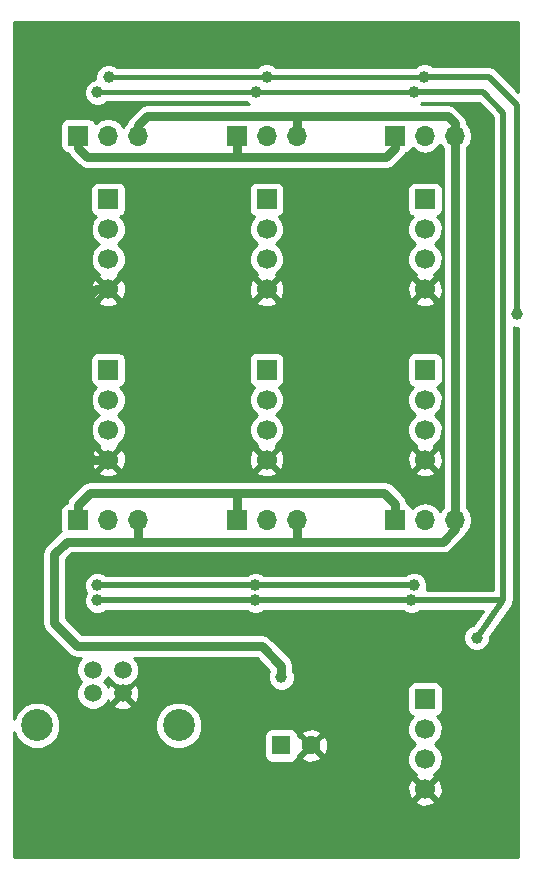
<source format=gbr>
G04 #@! TF.FileFunction,Copper,L1,Top,Signal*
%FSLAX45Y45*%
G04 Gerber Fmt 4.5, Leading zero omitted, Abs format (unit mm)*
G04 Created by KiCad (PCBNEW 4.0.6) date 08/29/18 06:28:06*
%MOMM*%
%LPD*%
G01*
G04 APERTURE LIST*
%ADD10C,0.100000*%
%ADD11C,1.520000*%
%ADD12C,2.700000*%
%ADD13R,1.700000X1.700000*%
%ADD14O,1.700000X1.700000*%
%ADD15R,1.600000X1.600000*%
%ADD16C,1.600000*%
%ADD17C,1.700000*%
%ADD18C,1.000000*%
%ADD19C,0.750000*%
%ADD20C,0.400000*%
%ADD21C,0.500000*%
%ADD22C,0.254000*%
G04 APERTURE END LIST*
D10*
D11*
X13490000Y-10446000D03*
X13744000Y-10446000D03*
X13744000Y-10646000D03*
X13490000Y-10646000D03*
D12*
X13017000Y-10916000D03*
X14217000Y-10916000D03*
D13*
X13365480Y-5923280D03*
D14*
X13619480Y-5923280D03*
X13873480Y-5923280D03*
D13*
X14706600Y-5923280D03*
D14*
X14960600Y-5923280D03*
X15214600Y-5923280D03*
D13*
X16047720Y-5923280D03*
D14*
X16301720Y-5923280D03*
X16555720Y-5923280D03*
D13*
X13365480Y-9179560D03*
D14*
X13619480Y-9179560D03*
X13873480Y-9179560D03*
D13*
X14706600Y-9179560D03*
D14*
X14960600Y-9179560D03*
X15214600Y-9179560D03*
D13*
X16047720Y-9179560D03*
D14*
X16301720Y-9179560D03*
X16555720Y-9179560D03*
D15*
X15086000Y-11086000D03*
D16*
X15336000Y-11086000D03*
D13*
X16301720Y-10693400D03*
D17*
X16301720Y-10947400D03*
X16301720Y-11201400D03*
X16301720Y-11455400D03*
D13*
X13619480Y-6461760D03*
D17*
X13619480Y-6715760D03*
X13619480Y-6969760D03*
X13619480Y-7223760D03*
D13*
X14960600Y-6461760D03*
D17*
X14960600Y-6715760D03*
X14960600Y-6969760D03*
X14960600Y-7223760D03*
D13*
X16301720Y-6461760D03*
D17*
X16301720Y-6715760D03*
X16301720Y-6969760D03*
X16301720Y-7223760D03*
D13*
X13619480Y-7904480D03*
D17*
X13619480Y-8158480D03*
X13619480Y-8412480D03*
X13619480Y-8666480D03*
D13*
X14960600Y-7904480D03*
D17*
X14960600Y-8158480D03*
X14960600Y-8412480D03*
X14960600Y-8666480D03*
D13*
X16301720Y-7904480D03*
D17*
X16301720Y-8158480D03*
X16301720Y-8412480D03*
X16301720Y-8666480D03*
D18*
X15086000Y-10508000D03*
X13624560Y-5430520D03*
X13624560Y-5430520D03*
X13624560Y-5430520D03*
X13624560Y-5430520D03*
X13624560Y-5430520D03*
X13624560Y-5430520D03*
X13624560Y-5430520D03*
X17077000Y-7435000D03*
X16209000Y-9730000D03*
X14866000Y-9730000D03*
X13526000Y-9729000D03*
X16296640Y-5425440D03*
X14960600Y-5425440D03*
X13624560Y-5430520D03*
X13528040Y-5557520D03*
X13528040Y-5557520D03*
X13528040Y-5557520D03*
X13528040Y-5557520D03*
X13528040Y-5557520D03*
X13528040Y-5557520D03*
X13528040Y-5557520D03*
X16738600Y-10175240D03*
X13526000Y-9858000D03*
X14866000Y-9857000D03*
X16187000Y-9857000D03*
X16205200Y-5557520D03*
X14869160Y-5557520D03*
X13528040Y-5557520D03*
X14285000Y-11508000D03*
X15339000Y-10511000D03*
X16835000Y-9500000D03*
X15769000Y-9500000D03*
X15495000Y-9500000D03*
X14691000Y-9500000D03*
X14153000Y-9500000D03*
X13349000Y-9499000D03*
D19*
X13873480Y-5833520D02*
X13950000Y-5757000D01*
X13950000Y-5757000D02*
X15214600Y-5757000D01*
X13873480Y-5923280D02*
X13873480Y-5833520D01*
X13873480Y-5923280D02*
X13873480Y-5833520D01*
X13950000Y-5757000D02*
X15214600Y-5757000D01*
X13873480Y-5833520D02*
X13950000Y-5757000D01*
X13873480Y-5833520D02*
X13950000Y-5757000D01*
X13950000Y-5757000D02*
X15214600Y-5757000D01*
X13873480Y-5923280D02*
X13873480Y-5833520D01*
X13873480Y-5923280D02*
X13873480Y-5833520D01*
X13950000Y-5757000D02*
X15214600Y-5757000D01*
X13873480Y-5833520D02*
X13950000Y-5757000D01*
X13873480Y-5833520D02*
X13950000Y-5757000D01*
X13950000Y-5757000D02*
X15214600Y-5757000D01*
X13873480Y-5923280D02*
X13873480Y-5833520D01*
X13873480Y-5923280D02*
X13873480Y-5833520D01*
X13950000Y-5757000D02*
X15214600Y-5757000D01*
X13873480Y-5833520D02*
X13950000Y-5757000D01*
X13873480Y-5833520D02*
X13950000Y-5757000D01*
X13950000Y-5757000D02*
X15214600Y-5757000D01*
X13873480Y-5923280D02*
X13873480Y-5833520D01*
X13873480Y-9179560D02*
X13873480Y-9360000D01*
X13268000Y-9360000D02*
X13873480Y-9360000D01*
X13873480Y-9360000D02*
X13939000Y-9360000D01*
X13160000Y-9468000D02*
X13268000Y-9360000D01*
X13160000Y-10047000D02*
X13160000Y-9468000D01*
X13358000Y-10245000D02*
X13160000Y-10047000D01*
X14918000Y-10245000D02*
X13358000Y-10245000D01*
X15086000Y-10413000D02*
X14918000Y-10245000D01*
X15086000Y-10508000D02*
X15086000Y-10413000D01*
X16555720Y-5923280D02*
X16555720Y-9179560D01*
X15214600Y-5923280D02*
X15214600Y-5757000D01*
X13873480Y-5923280D02*
X13873480Y-5833520D01*
X16555720Y-5816720D02*
X16555720Y-5923280D01*
X16496000Y-5757000D02*
X16555720Y-5816720D01*
X13950000Y-5757000D02*
X15214600Y-5757000D01*
X15214600Y-5757000D02*
X16496000Y-5757000D01*
X13873480Y-5833520D02*
X13950000Y-5757000D01*
X15214600Y-9179560D02*
X15214600Y-9360000D01*
X13977000Y-9360000D02*
X13939000Y-9360000D01*
X15214600Y-9360000D02*
X13977000Y-9360000D01*
X16453000Y-9360000D02*
X15214600Y-9360000D01*
X16555720Y-9257280D02*
X16453000Y-9360000D01*
X16555720Y-9179560D02*
X16555720Y-9257280D01*
X13440000Y-6103000D02*
X14706600Y-6103000D01*
X13365480Y-6028480D02*
X13440000Y-6103000D01*
X13365480Y-5923280D02*
X13365480Y-6028480D01*
X13365480Y-5923280D02*
X13365480Y-6028480D01*
X13365480Y-6028480D02*
X13440000Y-6103000D01*
X13440000Y-6103000D02*
X14706600Y-6103000D01*
X13440000Y-6103000D02*
X14706600Y-6103000D01*
X13365480Y-6028480D02*
X13440000Y-6103000D01*
X13365480Y-5923280D02*
X13365480Y-6028480D01*
X13365480Y-5923280D02*
X13365480Y-6028480D01*
X13365480Y-6028480D02*
X13440000Y-6103000D01*
X13440000Y-6103000D02*
X14706600Y-6103000D01*
X13440000Y-6103000D02*
X14706600Y-6103000D01*
X13365480Y-6028480D02*
X13440000Y-6103000D01*
X13365480Y-5923280D02*
X13365480Y-6028480D01*
X13365480Y-5923280D02*
X13365480Y-6028480D01*
X13365480Y-6028480D02*
X13440000Y-6103000D01*
X13440000Y-6103000D02*
X14706600Y-6103000D01*
X13440000Y-6103000D02*
X14706600Y-6103000D01*
X13365480Y-6028480D02*
X13440000Y-6103000D01*
X13365480Y-5923280D02*
X13365480Y-6028480D01*
X14706600Y-5923280D02*
X14706600Y-6103000D01*
X13365480Y-5923280D02*
X13365480Y-6028480D01*
X13365480Y-6028480D02*
X13440000Y-6103000D01*
X13440000Y-6103000D02*
X14706600Y-6103000D01*
X16047720Y-6031280D02*
X16047720Y-5923280D01*
X15976000Y-6103000D02*
X16047720Y-6031280D01*
X14706600Y-6103000D02*
X15976000Y-6103000D01*
X14706600Y-9179560D02*
X14706600Y-8947000D01*
X13365480Y-9179560D02*
X13365480Y-9048520D01*
X16047720Y-9038720D02*
X16047720Y-9179560D01*
X15956000Y-8947000D02*
X16047720Y-9038720D01*
X13467000Y-8947000D02*
X14706600Y-8947000D01*
X14706600Y-8947000D02*
X15956000Y-8947000D01*
X13365480Y-9048520D02*
X13467000Y-8947000D01*
D20*
X13624560Y-5430520D02*
X13629640Y-5425440D01*
X13629640Y-5425440D02*
X14960600Y-5425440D01*
X13629640Y-5425440D02*
X14960600Y-5425440D01*
X13624560Y-5430520D02*
X13629640Y-5425440D01*
X13624560Y-5430520D02*
X13629640Y-5425440D01*
X13629640Y-5425440D02*
X14960600Y-5425440D01*
X13629640Y-5425440D02*
X14960600Y-5425440D01*
X13624560Y-5430520D02*
X13629640Y-5425440D01*
X13624560Y-5430520D02*
X13629640Y-5425440D01*
X13629640Y-5425440D02*
X14960600Y-5425440D01*
X13629640Y-5425440D02*
X14960600Y-5425440D01*
X13624560Y-5430520D02*
X13629640Y-5425440D01*
X13624560Y-5430520D02*
X13629640Y-5425440D01*
X13629640Y-5425440D02*
X14960600Y-5425440D01*
D21*
X16296640Y-5425440D02*
X16841440Y-5425440D01*
X16841440Y-5425440D02*
X17077000Y-5661000D01*
X17077000Y-5661000D02*
X17077000Y-7435000D01*
X14866000Y-9730000D02*
X16209000Y-9730000D01*
X13527000Y-9730000D02*
X14866000Y-9730000D01*
X13526000Y-9729000D02*
X13527000Y-9730000D01*
D20*
X14960600Y-5425440D02*
X16296640Y-5425440D01*
X13629640Y-5425440D02*
X14960600Y-5425440D01*
X13624560Y-5430520D02*
X13629640Y-5425440D01*
X13528040Y-5557520D02*
X14869160Y-5557520D01*
X13528040Y-5557520D02*
X14869160Y-5557520D01*
X13528040Y-5557520D02*
X14869160Y-5557520D01*
X13528040Y-5557520D02*
X14869160Y-5557520D01*
X13528040Y-5557520D02*
X14869160Y-5557520D01*
X13528040Y-5557520D02*
X14869160Y-5557520D01*
X13528040Y-5557520D02*
X14869160Y-5557520D01*
D21*
X16963000Y-5779000D02*
X16963000Y-5728000D01*
X16963000Y-9858000D02*
X16963000Y-5779000D01*
X16792520Y-5557520D02*
X16205200Y-5557520D01*
X16963000Y-5728000D02*
X16792520Y-5557520D01*
X16740000Y-10173000D02*
X16963000Y-9858000D01*
X14866000Y-9857000D02*
X13527000Y-9857000D01*
X16187000Y-9857000D02*
X14867000Y-9858000D01*
X16187000Y-9857000D02*
X16963000Y-9858000D01*
D20*
X14869160Y-5557520D02*
X16205200Y-5557520D01*
X13528040Y-5557520D02*
X14869160Y-5557520D01*
D19*
X13619480Y-7223760D02*
X13513240Y-7223760D01*
X13489480Y-8666480D02*
X13619480Y-8666480D01*
X13353000Y-8530000D02*
X13489480Y-8666480D01*
X13353000Y-7384000D02*
X13353000Y-8530000D01*
X13513240Y-7223760D02*
X13353000Y-7384000D01*
X13349000Y-9499000D02*
X13349000Y-9905000D01*
X15339000Y-10394000D02*
X15339000Y-10511000D01*
X15049000Y-10104000D02*
X15339000Y-10394000D01*
X13548000Y-10104000D02*
X15049000Y-10104000D01*
X13349000Y-9905000D02*
X13548000Y-10104000D01*
X15769000Y-9500000D02*
X16835000Y-9500000D01*
X15495000Y-9500000D02*
X15769000Y-9500000D01*
X14691000Y-9500000D02*
X15495000Y-9500000D01*
X14153000Y-9500000D02*
X14691000Y-9500000D01*
X13350000Y-9500000D02*
X14153000Y-9500000D01*
D21*
X13349000Y-9499000D02*
X13350000Y-9500000D01*
D22*
G36*
X17091740Y-5550582D02*
X16904019Y-5362861D01*
X16901329Y-5361064D01*
X16875308Y-5343677D01*
X16866577Y-5341940D01*
X16841440Y-5336940D01*
X16841440Y-5336940D01*
X16368668Y-5336940D01*
X16361016Y-5329276D01*
X16319316Y-5311960D01*
X16274162Y-5311920D01*
X16232431Y-5329163D01*
X16219632Y-5341940D01*
X15037619Y-5341940D01*
X15024976Y-5329276D01*
X14983276Y-5311960D01*
X14938122Y-5311920D01*
X14896391Y-5329163D01*
X14883592Y-5341940D01*
X13696508Y-5341940D01*
X13688936Y-5334356D01*
X13647236Y-5317040D01*
X13602082Y-5317000D01*
X13560351Y-5334243D01*
X13528395Y-5366144D01*
X13511080Y-5407844D01*
X13511048Y-5444005D01*
X13505562Y-5444000D01*
X13463831Y-5461243D01*
X13431875Y-5493144D01*
X13414560Y-5534844D01*
X13414520Y-5579998D01*
X13431763Y-5621729D01*
X13463663Y-5653684D01*
X13505364Y-5671000D01*
X13550517Y-5671040D01*
X13592249Y-5653797D01*
X13605048Y-5641020D01*
X14792141Y-5641020D01*
X14804783Y-5653684D01*
X14810360Y-5656000D01*
X13950000Y-5656000D01*
X13911349Y-5663688D01*
X13878582Y-5685582D01*
X13802062Y-5762102D01*
X13780168Y-5794869D01*
X13777259Y-5809496D01*
X13768475Y-5815365D01*
X13746480Y-5848283D01*
X13724485Y-5815365D01*
X13676308Y-5783175D01*
X13619480Y-5771871D01*
X13562651Y-5783175D01*
X13514475Y-5815365D01*
X13511695Y-5819525D01*
X13510796Y-5814748D01*
X13496889Y-5793136D01*
X13475669Y-5778637D01*
X13450480Y-5773536D01*
X13280480Y-5773536D01*
X13256948Y-5777964D01*
X13235336Y-5791871D01*
X13220837Y-5813091D01*
X13215736Y-5838280D01*
X13215736Y-6008280D01*
X13220164Y-6031812D01*
X13234071Y-6053424D01*
X13255291Y-6067923D01*
X13275421Y-6072000D01*
X13294062Y-6099898D01*
X13368582Y-6174418D01*
X13401349Y-6196312D01*
X13440000Y-6204000D01*
X15976000Y-6204000D01*
X16014651Y-6196312D01*
X16047418Y-6174418D01*
X16119138Y-6102698D01*
X16139863Y-6071680D01*
X16156252Y-6068596D01*
X16177864Y-6054689D01*
X16192363Y-6033469D01*
X16193729Y-6026726D01*
X16196715Y-6031195D01*
X16244891Y-6063385D01*
X16301720Y-6074689D01*
X16358548Y-6063385D01*
X16406725Y-6031195D01*
X16428720Y-5998277D01*
X16450715Y-6031195D01*
X16454720Y-6033871D01*
X16454720Y-9068969D01*
X16450715Y-9071645D01*
X16428720Y-9104563D01*
X16406725Y-9071645D01*
X16358548Y-9039455D01*
X16301720Y-9028151D01*
X16244891Y-9039455D01*
X16196715Y-9071645D01*
X16193935Y-9075805D01*
X16193036Y-9071028D01*
X16179129Y-9049416D01*
X16157909Y-9034917D01*
X16147546Y-9032818D01*
X16141032Y-9000069D01*
X16119138Y-8967302D01*
X16027418Y-8875582D01*
X15994651Y-8853688D01*
X15956000Y-8846000D01*
X13467000Y-8846000D01*
X13428349Y-8853688D01*
X13395582Y-8875582D01*
X13294062Y-8977102D01*
X13272168Y-9009869D01*
X13267723Y-9032216D01*
X13256948Y-9034244D01*
X13235336Y-9048151D01*
X13220837Y-9069371D01*
X13215736Y-9094560D01*
X13215736Y-9264560D01*
X13217612Y-9274531D01*
X13196582Y-9288582D01*
X13088582Y-9396582D01*
X13066688Y-9429349D01*
X13059000Y-9468000D01*
X13059000Y-10047000D01*
X13066688Y-10085651D01*
X13088582Y-10118418D01*
X13286582Y-10316418D01*
X13319349Y-10338312D01*
X13358000Y-10346000D01*
X13392719Y-10346000D01*
X13371807Y-10366876D01*
X13350524Y-10418130D01*
X13350476Y-10473627D01*
X13371669Y-10524917D01*
X13392717Y-10546002D01*
X13371807Y-10566876D01*
X13350524Y-10618130D01*
X13350476Y-10673627D01*
X13371669Y-10724917D01*
X13410876Y-10764193D01*
X13462130Y-10785476D01*
X13517626Y-10785524D01*
X13568917Y-10764331D01*
X13589408Y-10743876D01*
X13664084Y-10743876D01*
X13671006Y-10768074D01*
X13723278Y-10786716D01*
X13778705Y-10783934D01*
X13816994Y-10768074D01*
X13823916Y-10743876D01*
X13744000Y-10663961D01*
X13664084Y-10743876D01*
X13589408Y-10743876D01*
X13608193Y-10725124D01*
X13616339Y-10705507D01*
X13621926Y-10718994D01*
X13646124Y-10725916D01*
X13726039Y-10646000D01*
X13761960Y-10646000D01*
X13841876Y-10725916D01*
X13866074Y-10718994D01*
X13884715Y-10666722D01*
X13881934Y-10611295D01*
X13866074Y-10573006D01*
X13841876Y-10566084D01*
X13761960Y-10646000D01*
X13726039Y-10646000D01*
X13646124Y-10566084D01*
X13621926Y-10573006D01*
X13616762Y-10587486D01*
X13608331Y-10567083D01*
X13587283Y-10545998D01*
X13608193Y-10525124D01*
X13616995Y-10503926D01*
X13625669Y-10524917D01*
X13664876Y-10564193D01*
X13691002Y-10575042D01*
X13744000Y-10628040D01*
X13796999Y-10575041D01*
X13822917Y-10564331D01*
X13862193Y-10525124D01*
X13883476Y-10473870D01*
X13883524Y-10418374D01*
X13862331Y-10367083D01*
X13841285Y-10346000D01*
X14876164Y-10346000D01*
X14985000Y-10454836D01*
X14985000Y-10455269D01*
X14972520Y-10485324D01*
X14972480Y-10530478D01*
X14989723Y-10572209D01*
X15021623Y-10604165D01*
X15063324Y-10621480D01*
X15108477Y-10621520D01*
X15140229Y-10608400D01*
X16151976Y-10608400D01*
X16151976Y-10778400D01*
X16156404Y-10801932D01*
X16170311Y-10823544D01*
X16191531Y-10838043D01*
X16199464Y-10839650D01*
X16175901Y-10863172D01*
X16153246Y-10917732D01*
X16153194Y-10976809D01*
X16175754Y-11031409D01*
X16217492Y-11073219D01*
X16220276Y-11074375D01*
X16217711Y-11075434D01*
X16175901Y-11117172D01*
X16153246Y-11171732D01*
X16153194Y-11230809D01*
X16175754Y-11285409D01*
X16217492Y-11327219D01*
X16222251Y-11329195D01*
X16215285Y-11351004D01*
X16301720Y-11437439D01*
X16388155Y-11351004D01*
X16381202Y-11329236D01*
X16385729Y-11327366D01*
X16427539Y-11285628D01*
X16450194Y-11231068D01*
X16450246Y-11171991D01*
X16427686Y-11117391D01*
X16385948Y-11075581D01*
X16383164Y-11074425D01*
X16385729Y-11073366D01*
X16427539Y-11031628D01*
X16450194Y-10977068D01*
X16450246Y-10917991D01*
X16427686Y-10863391D01*
X16404192Y-10839857D01*
X16410252Y-10838716D01*
X16431864Y-10824809D01*
X16446363Y-10803589D01*
X16451464Y-10778400D01*
X16451464Y-10608400D01*
X16447036Y-10584868D01*
X16433129Y-10563256D01*
X16411909Y-10548757D01*
X16386720Y-10543656D01*
X16216720Y-10543656D01*
X16193188Y-10548084D01*
X16171576Y-10561991D01*
X16157077Y-10583211D01*
X16151976Y-10608400D01*
X15140229Y-10608400D01*
X15150209Y-10604277D01*
X15182164Y-10572377D01*
X15199480Y-10530676D01*
X15199520Y-10485523D01*
X15187000Y-10455223D01*
X15187000Y-10413000D01*
X15179312Y-10374349D01*
X15157418Y-10341582D01*
X14989418Y-10173582D01*
X14956651Y-10151688D01*
X14918000Y-10144000D01*
X13399836Y-10144000D01*
X13261000Y-10005164D01*
X13261000Y-9509836D01*
X13309836Y-9461000D01*
X16453000Y-9461000D01*
X16491651Y-9453312D01*
X16524418Y-9431418D01*
X16627138Y-9328698D01*
X16649032Y-9295931D01*
X16649179Y-9295190D01*
X16660725Y-9287475D01*
X16692916Y-9239298D01*
X16704220Y-9182469D01*
X16704220Y-9176651D01*
X16692916Y-9119822D01*
X16660725Y-9071645D01*
X16656720Y-9068969D01*
X16656720Y-6033871D01*
X16660725Y-6031195D01*
X16692916Y-5983018D01*
X16704220Y-5926189D01*
X16704220Y-5920371D01*
X16692916Y-5863542D01*
X16660725Y-5815365D01*
X16655795Y-5812071D01*
X16649032Y-5778069D01*
X16627138Y-5745302D01*
X16567418Y-5685582D01*
X16534651Y-5663688D01*
X16496000Y-5656000D01*
X16264076Y-5656000D01*
X16269409Y-5653797D01*
X16277199Y-5646020D01*
X16755862Y-5646020D01*
X16874500Y-5764658D01*
X16874500Y-9769386D01*
X16315840Y-9768666D01*
X16322480Y-9752676D01*
X16322520Y-9707523D01*
X16305277Y-9665791D01*
X16273376Y-9633836D01*
X16231676Y-9616520D01*
X16186522Y-9616480D01*
X16144791Y-9633723D01*
X16137001Y-9641500D01*
X14938028Y-9641500D01*
X14930376Y-9633836D01*
X14888676Y-9616520D01*
X14843522Y-9616480D01*
X14801791Y-9633723D01*
X14794001Y-9641500D01*
X13599026Y-9641500D01*
X13590376Y-9632836D01*
X13548676Y-9615520D01*
X13503522Y-9615480D01*
X13461791Y-9632723D01*
X13429835Y-9664624D01*
X13412520Y-9706324D01*
X13412480Y-9751478D01*
X13429723Y-9793209D01*
X13429987Y-9793473D01*
X13429835Y-9793624D01*
X13412520Y-9835324D01*
X13412480Y-9880478D01*
X13429723Y-9922209D01*
X13461623Y-9954165D01*
X13503324Y-9971480D01*
X13548477Y-9971520D01*
X13590209Y-9954277D01*
X13599001Y-9945500D01*
X14793972Y-9945500D01*
X14801623Y-9953165D01*
X14843324Y-9970480D01*
X14888477Y-9970520D01*
X14930209Y-9953277D01*
X14937050Y-9946447D01*
X16115027Y-9945555D01*
X16122623Y-9953165D01*
X16164324Y-9970480D01*
X16209477Y-9970520D01*
X16251209Y-9953277D01*
X16258906Y-9945593D01*
X16792071Y-9946280D01*
X16707959Y-10065094D01*
X16674391Y-10078963D01*
X16642435Y-10110864D01*
X16625120Y-10152564D01*
X16625080Y-10197718D01*
X16642323Y-10239449D01*
X16674223Y-10271405D01*
X16715924Y-10288720D01*
X16761077Y-10288760D01*
X16802809Y-10271517D01*
X16834765Y-10239617D01*
X16852080Y-10197916D01*
X16852107Y-10167810D01*
X17035232Y-9909135D01*
X17039242Y-9900148D01*
X17044720Y-9891973D01*
X17044731Y-9891916D01*
X17044763Y-9891868D01*
X17046233Y-9884480D01*
X17049302Y-9877601D01*
X17049568Y-9867763D01*
X17051500Y-9858114D01*
X17051489Y-9858057D01*
X17051500Y-9858000D01*
X17051500Y-7547307D01*
X17054324Y-7548480D01*
X17091740Y-7548513D01*
X17091740Y-12026980D01*
X12824380Y-12026980D01*
X12824380Y-11559796D01*
X16215285Y-11559796D01*
X16223312Y-11584926D01*
X16278848Y-11605072D01*
X16337866Y-11602431D01*
X16380128Y-11584926D01*
X16388155Y-11559796D01*
X16301720Y-11473360D01*
X16215285Y-11559796D01*
X12824380Y-11559796D01*
X12824380Y-11432528D01*
X16152048Y-11432528D01*
X16154688Y-11491546D01*
X16172194Y-11533808D01*
X16197324Y-11541835D01*
X16283759Y-11455400D01*
X16319680Y-11455400D01*
X16406116Y-11541835D01*
X16431246Y-11533808D01*
X16451392Y-11478272D01*
X16448751Y-11419254D01*
X16431246Y-11376992D01*
X16406116Y-11368965D01*
X16319680Y-11455400D01*
X16283759Y-11455400D01*
X16197324Y-11368965D01*
X16172194Y-11376992D01*
X16152048Y-11432528D01*
X12824380Y-11432528D01*
X12824380Y-10969625D01*
X12848622Y-11028294D01*
X12904412Y-11084182D01*
X12977343Y-11114465D01*
X13056311Y-11114534D01*
X13129294Y-11084378D01*
X13185182Y-11028588D01*
X13215465Y-10955657D01*
X13215466Y-10955311D01*
X14018466Y-10955311D01*
X14048622Y-11028294D01*
X14104412Y-11084182D01*
X14177343Y-11114465D01*
X14256311Y-11114534D01*
X14329294Y-11084378D01*
X14385182Y-11028588D01*
X14394561Y-11006000D01*
X14941256Y-11006000D01*
X14941256Y-11166000D01*
X14945684Y-11189532D01*
X14959591Y-11211144D01*
X14980811Y-11225643D01*
X15006000Y-11230744D01*
X15166000Y-11230744D01*
X15189532Y-11226316D01*
X15211144Y-11212409D01*
X15225643Y-11191189D01*
X15226537Y-11186775D01*
X15253186Y-11186775D01*
X15260599Y-11211386D01*
X15314322Y-11230696D01*
X15371345Y-11227978D01*
X15411400Y-11211386D01*
X15418814Y-11186775D01*
X15336000Y-11103961D01*
X15253186Y-11186775D01*
X15226537Y-11186775D01*
X15230465Y-11167380D01*
X15235225Y-11168814D01*
X15318039Y-11086000D01*
X15353960Y-11086000D01*
X15436774Y-11168814D01*
X15461386Y-11161401D01*
X15480696Y-11107678D01*
X15477978Y-11050655D01*
X15461386Y-11010600D01*
X15436774Y-11003186D01*
X15353960Y-11086000D01*
X15318039Y-11086000D01*
X15235225Y-11003186D01*
X15230483Y-11004615D01*
X15226835Y-10985226D01*
X15253186Y-10985226D01*
X15336000Y-11068040D01*
X15418814Y-10985226D01*
X15411400Y-10960614D01*
X15357678Y-10941304D01*
X15300655Y-10944022D01*
X15260599Y-10960614D01*
X15253186Y-10985226D01*
X15226835Y-10985226D01*
X15226316Y-10982468D01*
X15212409Y-10960856D01*
X15191189Y-10946357D01*
X15166000Y-10941256D01*
X15006000Y-10941256D01*
X14982468Y-10945684D01*
X14960856Y-10959591D01*
X14946357Y-10980811D01*
X14941256Y-11006000D01*
X14394561Y-11006000D01*
X14415465Y-10955657D01*
X14415534Y-10876689D01*
X14385378Y-10803706D01*
X14329588Y-10747818D01*
X14256657Y-10717535D01*
X14177689Y-10717466D01*
X14104706Y-10747622D01*
X14048818Y-10803412D01*
X14018535Y-10876343D01*
X14018466Y-10955311D01*
X13215466Y-10955311D01*
X13215534Y-10876689D01*
X13185378Y-10803706D01*
X13129588Y-10747818D01*
X13056657Y-10717535D01*
X12977689Y-10717466D01*
X12904706Y-10747622D01*
X12848818Y-10803412D01*
X12824380Y-10862265D01*
X12824380Y-8770876D01*
X13533045Y-8770876D01*
X13541072Y-8796006D01*
X13596608Y-8816152D01*
X13655626Y-8813512D01*
X13697888Y-8796006D01*
X13705915Y-8770876D01*
X14874165Y-8770876D01*
X14882192Y-8796006D01*
X14937728Y-8816152D01*
X14996746Y-8813512D01*
X15039008Y-8796006D01*
X15047035Y-8770876D01*
X16215285Y-8770876D01*
X16223312Y-8796006D01*
X16278848Y-8816152D01*
X16337866Y-8813512D01*
X16380128Y-8796006D01*
X16388155Y-8770876D01*
X16301720Y-8684441D01*
X16215285Y-8770876D01*
X15047035Y-8770876D01*
X14960600Y-8684441D01*
X14874165Y-8770876D01*
X13705915Y-8770876D01*
X13619480Y-8684441D01*
X13533045Y-8770876D01*
X12824380Y-8770876D01*
X12824380Y-8643608D01*
X13469808Y-8643608D01*
X13472448Y-8702626D01*
X13489954Y-8744888D01*
X13515084Y-8752915D01*
X13601519Y-8666480D01*
X13637440Y-8666480D01*
X13723876Y-8752915D01*
X13749006Y-8744888D01*
X13769152Y-8689352D01*
X13767105Y-8643608D01*
X14810928Y-8643608D01*
X14813568Y-8702626D01*
X14831074Y-8744888D01*
X14856204Y-8752915D01*
X14942639Y-8666480D01*
X14978560Y-8666480D01*
X15064996Y-8752915D01*
X15090126Y-8744888D01*
X15110272Y-8689352D01*
X15108225Y-8643608D01*
X16152048Y-8643608D01*
X16154688Y-8702626D01*
X16172194Y-8744888D01*
X16197324Y-8752915D01*
X16283759Y-8666480D01*
X16319680Y-8666480D01*
X16406116Y-8752915D01*
X16431246Y-8744888D01*
X16451392Y-8689352D01*
X16448751Y-8630334D01*
X16431246Y-8588072D01*
X16406116Y-8580045D01*
X16319680Y-8666480D01*
X16283759Y-8666480D01*
X16197324Y-8580045D01*
X16172194Y-8588072D01*
X16152048Y-8643608D01*
X15108225Y-8643608D01*
X15107631Y-8630334D01*
X15090126Y-8588072D01*
X15064996Y-8580045D01*
X14978560Y-8666480D01*
X14942639Y-8666480D01*
X14856204Y-8580045D01*
X14831074Y-8588072D01*
X14810928Y-8643608D01*
X13767105Y-8643608D01*
X13766511Y-8630334D01*
X13749006Y-8588072D01*
X13723876Y-8580045D01*
X13637440Y-8666480D01*
X13601519Y-8666480D01*
X13515084Y-8580045D01*
X13489954Y-8588072D01*
X13469808Y-8643608D01*
X12824380Y-8643608D01*
X12824380Y-7819480D01*
X13469736Y-7819480D01*
X13469736Y-7989480D01*
X13474164Y-8013012D01*
X13488071Y-8034624D01*
X13509291Y-8049123D01*
X13517224Y-8050730D01*
X13493661Y-8074252D01*
X13471006Y-8128812D01*
X13470954Y-8187889D01*
X13493514Y-8242489D01*
X13535252Y-8284299D01*
X13538036Y-8285455D01*
X13535471Y-8286514D01*
X13493661Y-8328252D01*
X13471006Y-8382812D01*
X13470954Y-8441889D01*
X13493514Y-8496489D01*
X13535252Y-8538299D01*
X13540011Y-8540275D01*
X13533045Y-8562084D01*
X13619480Y-8648520D01*
X13705915Y-8562084D01*
X13698962Y-8540316D01*
X13703489Y-8538446D01*
X13745299Y-8496708D01*
X13767954Y-8442148D01*
X13768006Y-8383071D01*
X13745446Y-8328471D01*
X13703708Y-8286661D01*
X13700924Y-8285505D01*
X13703489Y-8284446D01*
X13745299Y-8242708D01*
X13767954Y-8188148D01*
X13768006Y-8129071D01*
X13745446Y-8074471D01*
X13721952Y-8050936D01*
X13728012Y-8049796D01*
X13749624Y-8035889D01*
X13764123Y-8014669D01*
X13769224Y-7989480D01*
X13769224Y-7819480D01*
X14810856Y-7819480D01*
X14810856Y-7989480D01*
X14815284Y-8013012D01*
X14829191Y-8034624D01*
X14850411Y-8049123D01*
X14858344Y-8050730D01*
X14834781Y-8074252D01*
X14812126Y-8128812D01*
X14812074Y-8187889D01*
X14834634Y-8242489D01*
X14876372Y-8284299D01*
X14879156Y-8285455D01*
X14876591Y-8286514D01*
X14834781Y-8328252D01*
X14812126Y-8382812D01*
X14812074Y-8441889D01*
X14834634Y-8496489D01*
X14876372Y-8538299D01*
X14881131Y-8540275D01*
X14874165Y-8562084D01*
X14960600Y-8648520D01*
X15047035Y-8562084D01*
X15040082Y-8540316D01*
X15044609Y-8538446D01*
X15086419Y-8496708D01*
X15109074Y-8442148D01*
X15109126Y-8383071D01*
X15086566Y-8328471D01*
X15044828Y-8286661D01*
X15042044Y-8285505D01*
X15044609Y-8284446D01*
X15086419Y-8242708D01*
X15109074Y-8188148D01*
X15109126Y-8129071D01*
X15086566Y-8074471D01*
X15063072Y-8050936D01*
X15069132Y-8049796D01*
X15090744Y-8035889D01*
X15105243Y-8014669D01*
X15110344Y-7989480D01*
X15110344Y-7819480D01*
X16151976Y-7819480D01*
X16151976Y-7989480D01*
X16156404Y-8013012D01*
X16170311Y-8034624D01*
X16191531Y-8049123D01*
X16199464Y-8050730D01*
X16175901Y-8074252D01*
X16153246Y-8128812D01*
X16153194Y-8187889D01*
X16175754Y-8242489D01*
X16217492Y-8284299D01*
X16220276Y-8285455D01*
X16217711Y-8286514D01*
X16175901Y-8328252D01*
X16153246Y-8382812D01*
X16153194Y-8441889D01*
X16175754Y-8496489D01*
X16217492Y-8538299D01*
X16222251Y-8540275D01*
X16215285Y-8562084D01*
X16301720Y-8648520D01*
X16388155Y-8562084D01*
X16381202Y-8540316D01*
X16385729Y-8538446D01*
X16427539Y-8496708D01*
X16450194Y-8442148D01*
X16450246Y-8383071D01*
X16427686Y-8328471D01*
X16385948Y-8286661D01*
X16383164Y-8285505D01*
X16385729Y-8284446D01*
X16427539Y-8242708D01*
X16450194Y-8188148D01*
X16450246Y-8129071D01*
X16427686Y-8074471D01*
X16404192Y-8050936D01*
X16410252Y-8049796D01*
X16431864Y-8035889D01*
X16446363Y-8014669D01*
X16451464Y-7989480D01*
X16451464Y-7819480D01*
X16447036Y-7795948D01*
X16433129Y-7774336D01*
X16411909Y-7759837D01*
X16386720Y-7754736D01*
X16216720Y-7754736D01*
X16193188Y-7759164D01*
X16171576Y-7773071D01*
X16157077Y-7794291D01*
X16151976Y-7819480D01*
X15110344Y-7819480D01*
X15105916Y-7795948D01*
X15092009Y-7774336D01*
X15070789Y-7759837D01*
X15045600Y-7754736D01*
X14875600Y-7754736D01*
X14852068Y-7759164D01*
X14830456Y-7773071D01*
X14815957Y-7794291D01*
X14810856Y-7819480D01*
X13769224Y-7819480D01*
X13764796Y-7795948D01*
X13750889Y-7774336D01*
X13729669Y-7759837D01*
X13704480Y-7754736D01*
X13534480Y-7754736D01*
X13510948Y-7759164D01*
X13489336Y-7773071D01*
X13474837Y-7794291D01*
X13469736Y-7819480D01*
X12824380Y-7819480D01*
X12824380Y-7328156D01*
X13533045Y-7328156D01*
X13541072Y-7353286D01*
X13596608Y-7373432D01*
X13655626Y-7370791D01*
X13697888Y-7353286D01*
X13705915Y-7328156D01*
X14874165Y-7328156D01*
X14882192Y-7353286D01*
X14937728Y-7373432D01*
X14996746Y-7370791D01*
X15039008Y-7353286D01*
X15047035Y-7328156D01*
X16215285Y-7328156D01*
X16223312Y-7353286D01*
X16278848Y-7373432D01*
X16337866Y-7370791D01*
X16380128Y-7353286D01*
X16388155Y-7328156D01*
X16301720Y-7241720D01*
X16215285Y-7328156D01*
X15047035Y-7328156D01*
X14960600Y-7241720D01*
X14874165Y-7328156D01*
X13705915Y-7328156D01*
X13619480Y-7241720D01*
X13533045Y-7328156D01*
X12824380Y-7328156D01*
X12824380Y-7200888D01*
X13469808Y-7200888D01*
X13472448Y-7259906D01*
X13489954Y-7302168D01*
X13515084Y-7310195D01*
X13601519Y-7223760D01*
X13637440Y-7223760D01*
X13723876Y-7310195D01*
X13749006Y-7302168D01*
X13769152Y-7246632D01*
X13767105Y-7200888D01*
X14810928Y-7200888D01*
X14813568Y-7259906D01*
X14831074Y-7302168D01*
X14856204Y-7310195D01*
X14942639Y-7223760D01*
X14978560Y-7223760D01*
X15064996Y-7310195D01*
X15090126Y-7302168D01*
X15110272Y-7246632D01*
X15108225Y-7200888D01*
X16152048Y-7200888D01*
X16154688Y-7259906D01*
X16172194Y-7302168D01*
X16197324Y-7310195D01*
X16283759Y-7223760D01*
X16319680Y-7223760D01*
X16406116Y-7310195D01*
X16431246Y-7302168D01*
X16451392Y-7246632D01*
X16448751Y-7187614D01*
X16431246Y-7145352D01*
X16406116Y-7137325D01*
X16319680Y-7223760D01*
X16283759Y-7223760D01*
X16197324Y-7137325D01*
X16172194Y-7145352D01*
X16152048Y-7200888D01*
X15108225Y-7200888D01*
X15107631Y-7187614D01*
X15090126Y-7145352D01*
X15064996Y-7137325D01*
X14978560Y-7223760D01*
X14942639Y-7223760D01*
X14856204Y-7137325D01*
X14831074Y-7145352D01*
X14810928Y-7200888D01*
X13767105Y-7200888D01*
X13766511Y-7187614D01*
X13749006Y-7145352D01*
X13723876Y-7137325D01*
X13637440Y-7223760D01*
X13601519Y-7223760D01*
X13515084Y-7137325D01*
X13489954Y-7145352D01*
X13469808Y-7200888D01*
X12824380Y-7200888D01*
X12824380Y-6376760D01*
X13469736Y-6376760D01*
X13469736Y-6546760D01*
X13474164Y-6570292D01*
X13488071Y-6591904D01*
X13509291Y-6606403D01*
X13517224Y-6608010D01*
X13493661Y-6631532D01*
X13471006Y-6686092D01*
X13470954Y-6745169D01*
X13493514Y-6799769D01*
X13535252Y-6841579D01*
X13538036Y-6842735D01*
X13535471Y-6843794D01*
X13493661Y-6885532D01*
X13471006Y-6940092D01*
X13470954Y-6999169D01*
X13493514Y-7053769D01*
X13535252Y-7095579D01*
X13540011Y-7097555D01*
X13533045Y-7119364D01*
X13619480Y-7205799D01*
X13705915Y-7119364D01*
X13698962Y-7097596D01*
X13703489Y-7095726D01*
X13745299Y-7053988D01*
X13767954Y-6999428D01*
X13768006Y-6940351D01*
X13745446Y-6885751D01*
X13703708Y-6843941D01*
X13700924Y-6842785D01*
X13703489Y-6841726D01*
X13745299Y-6799988D01*
X13767954Y-6745428D01*
X13768006Y-6686351D01*
X13745446Y-6631751D01*
X13721952Y-6608216D01*
X13728012Y-6607076D01*
X13749624Y-6593169D01*
X13764123Y-6571949D01*
X13769224Y-6546760D01*
X13769224Y-6376760D01*
X14810856Y-6376760D01*
X14810856Y-6546760D01*
X14815284Y-6570292D01*
X14829191Y-6591904D01*
X14850411Y-6606403D01*
X14858344Y-6608010D01*
X14834781Y-6631532D01*
X14812126Y-6686092D01*
X14812074Y-6745169D01*
X14834634Y-6799769D01*
X14876372Y-6841579D01*
X14879156Y-6842735D01*
X14876591Y-6843794D01*
X14834781Y-6885532D01*
X14812126Y-6940092D01*
X14812074Y-6999169D01*
X14834634Y-7053769D01*
X14876372Y-7095579D01*
X14881131Y-7097555D01*
X14874165Y-7119364D01*
X14960600Y-7205799D01*
X15047035Y-7119364D01*
X15040082Y-7097596D01*
X15044609Y-7095726D01*
X15086419Y-7053988D01*
X15109074Y-6999428D01*
X15109126Y-6940351D01*
X15086566Y-6885751D01*
X15044828Y-6843941D01*
X15042044Y-6842785D01*
X15044609Y-6841726D01*
X15086419Y-6799988D01*
X15109074Y-6745428D01*
X15109126Y-6686351D01*
X15086566Y-6631751D01*
X15063072Y-6608216D01*
X15069132Y-6607076D01*
X15090744Y-6593169D01*
X15105243Y-6571949D01*
X15110344Y-6546760D01*
X15110344Y-6376760D01*
X16151976Y-6376760D01*
X16151976Y-6546760D01*
X16156404Y-6570292D01*
X16170311Y-6591904D01*
X16191531Y-6606403D01*
X16199464Y-6608010D01*
X16175901Y-6631532D01*
X16153246Y-6686092D01*
X16153194Y-6745169D01*
X16175754Y-6799769D01*
X16217492Y-6841579D01*
X16220276Y-6842735D01*
X16217711Y-6843794D01*
X16175901Y-6885532D01*
X16153246Y-6940092D01*
X16153194Y-6999169D01*
X16175754Y-7053769D01*
X16217492Y-7095579D01*
X16222251Y-7097555D01*
X16215285Y-7119364D01*
X16301720Y-7205799D01*
X16388155Y-7119364D01*
X16381202Y-7097596D01*
X16385729Y-7095726D01*
X16427539Y-7053988D01*
X16450194Y-6999428D01*
X16450246Y-6940351D01*
X16427686Y-6885751D01*
X16385948Y-6843941D01*
X16383164Y-6842785D01*
X16385729Y-6841726D01*
X16427539Y-6799988D01*
X16450194Y-6745428D01*
X16450246Y-6686351D01*
X16427686Y-6631751D01*
X16404192Y-6608216D01*
X16410252Y-6607076D01*
X16431864Y-6593169D01*
X16446363Y-6571949D01*
X16451464Y-6546760D01*
X16451464Y-6376760D01*
X16447036Y-6353228D01*
X16433129Y-6331616D01*
X16411909Y-6317117D01*
X16386720Y-6312016D01*
X16216720Y-6312016D01*
X16193188Y-6316444D01*
X16171576Y-6330351D01*
X16157077Y-6351571D01*
X16151976Y-6376760D01*
X15110344Y-6376760D01*
X15105916Y-6353228D01*
X15092009Y-6331616D01*
X15070789Y-6317117D01*
X15045600Y-6312016D01*
X14875600Y-6312016D01*
X14852068Y-6316444D01*
X14830456Y-6330351D01*
X14815957Y-6351571D01*
X14810856Y-6376760D01*
X13769224Y-6376760D01*
X13764796Y-6353228D01*
X13750889Y-6331616D01*
X13729669Y-6317117D01*
X13704480Y-6312016D01*
X13534480Y-6312016D01*
X13510948Y-6316444D01*
X13489336Y-6330351D01*
X13474837Y-6351571D01*
X13469736Y-6376760D01*
X12824380Y-6376760D01*
X12824380Y-4960540D01*
X17091740Y-4960540D01*
X17091740Y-5550582D01*
X17091740Y-5550582D01*
G37*
X17091740Y-5550582D02*
X16904019Y-5362861D01*
X16901329Y-5361064D01*
X16875308Y-5343677D01*
X16866577Y-5341940D01*
X16841440Y-5336940D01*
X16841440Y-5336940D01*
X16368668Y-5336940D01*
X16361016Y-5329276D01*
X16319316Y-5311960D01*
X16274162Y-5311920D01*
X16232431Y-5329163D01*
X16219632Y-5341940D01*
X15037619Y-5341940D01*
X15024976Y-5329276D01*
X14983276Y-5311960D01*
X14938122Y-5311920D01*
X14896391Y-5329163D01*
X14883592Y-5341940D01*
X13696508Y-5341940D01*
X13688936Y-5334356D01*
X13647236Y-5317040D01*
X13602082Y-5317000D01*
X13560351Y-5334243D01*
X13528395Y-5366144D01*
X13511080Y-5407844D01*
X13511048Y-5444005D01*
X13505562Y-5444000D01*
X13463831Y-5461243D01*
X13431875Y-5493144D01*
X13414560Y-5534844D01*
X13414520Y-5579998D01*
X13431763Y-5621729D01*
X13463663Y-5653684D01*
X13505364Y-5671000D01*
X13550517Y-5671040D01*
X13592249Y-5653797D01*
X13605048Y-5641020D01*
X14792141Y-5641020D01*
X14804783Y-5653684D01*
X14810360Y-5656000D01*
X13950000Y-5656000D01*
X13911349Y-5663688D01*
X13878582Y-5685582D01*
X13802062Y-5762102D01*
X13780168Y-5794869D01*
X13777259Y-5809496D01*
X13768475Y-5815365D01*
X13746480Y-5848283D01*
X13724485Y-5815365D01*
X13676308Y-5783175D01*
X13619480Y-5771871D01*
X13562651Y-5783175D01*
X13514475Y-5815365D01*
X13511695Y-5819525D01*
X13510796Y-5814748D01*
X13496889Y-5793136D01*
X13475669Y-5778637D01*
X13450480Y-5773536D01*
X13280480Y-5773536D01*
X13256948Y-5777964D01*
X13235336Y-5791871D01*
X13220837Y-5813091D01*
X13215736Y-5838280D01*
X13215736Y-6008280D01*
X13220164Y-6031812D01*
X13234071Y-6053424D01*
X13255291Y-6067923D01*
X13275421Y-6072000D01*
X13294062Y-6099898D01*
X13368582Y-6174418D01*
X13401349Y-6196312D01*
X13440000Y-6204000D01*
X15976000Y-6204000D01*
X16014651Y-6196312D01*
X16047418Y-6174418D01*
X16119138Y-6102698D01*
X16139863Y-6071680D01*
X16156252Y-6068596D01*
X16177864Y-6054689D01*
X16192363Y-6033469D01*
X16193729Y-6026726D01*
X16196715Y-6031195D01*
X16244891Y-6063385D01*
X16301720Y-6074689D01*
X16358548Y-6063385D01*
X16406725Y-6031195D01*
X16428720Y-5998277D01*
X16450715Y-6031195D01*
X16454720Y-6033871D01*
X16454720Y-9068969D01*
X16450715Y-9071645D01*
X16428720Y-9104563D01*
X16406725Y-9071645D01*
X16358548Y-9039455D01*
X16301720Y-9028151D01*
X16244891Y-9039455D01*
X16196715Y-9071645D01*
X16193935Y-9075805D01*
X16193036Y-9071028D01*
X16179129Y-9049416D01*
X16157909Y-9034917D01*
X16147546Y-9032818D01*
X16141032Y-9000069D01*
X16119138Y-8967302D01*
X16027418Y-8875582D01*
X15994651Y-8853688D01*
X15956000Y-8846000D01*
X13467000Y-8846000D01*
X13428349Y-8853688D01*
X13395582Y-8875582D01*
X13294062Y-8977102D01*
X13272168Y-9009869D01*
X13267723Y-9032216D01*
X13256948Y-9034244D01*
X13235336Y-9048151D01*
X13220837Y-9069371D01*
X13215736Y-9094560D01*
X13215736Y-9264560D01*
X13217612Y-9274531D01*
X13196582Y-9288582D01*
X13088582Y-9396582D01*
X13066688Y-9429349D01*
X13059000Y-9468000D01*
X13059000Y-10047000D01*
X13066688Y-10085651D01*
X13088582Y-10118418D01*
X13286582Y-10316418D01*
X13319349Y-10338312D01*
X13358000Y-10346000D01*
X13392719Y-10346000D01*
X13371807Y-10366876D01*
X13350524Y-10418130D01*
X13350476Y-10473627D01*
X13371669Y-10524917D01*
X13392717Y-10546002D01*
X13371807Y-10566876D01*
X13350524Y-10618130D01*
X13350476Y-10673627D01*
X13371669Y-10724917D01*
X13410876Y-10764193D01*
X13462130Y-10785476D01*
X13517626Y-10785524D01*
X13568917Y-10764331D01*
X13589408Y-10743876D01*
X13664084Y-10743876D01*
X13671006Y-10768074D01*
X13723278Y-10786716D01*
X13778705Y-10783934D01*
X13816994Y-10768074D01*
X13823916Y-10743876D01*
X13744000Y-10663961D01*
X13664084Y-10743876D01*
X13589408Y-10743876D01*
X13608193Y-10725124D01*
X13616339Y-10705507D01*
X13621926Y-10718994D01*
X13646124Y-10725916D01*
X13726039Y-10646000D01*
X13761960Y-10646000D01*
X13841876Y-10725916D01*
X13866074Y-10718994D01*
X13884715Y-10666722D01*
X13881934Y-10611295D01*
X13866074Y-10573006D01*
X13841876Y-10566084D01*
X13761960Y-10646000D01*
X13726039Y-10646000D01*
X13646124Y-10566084D01*
X13621926Y-10573006D01*
X13616762Y-10587486D01*
X13608331Y-10567083D01*
X13587283Y-10545998D01*
X13608193Y-10525124D01*
X13616995Y-10503926D01*
X13625669Y-10524917D01*
X13664876Y-10564193D01*
X13691002Y-10575042D01*
X13744000Y-10628040D01*
X13796999Y-10575041D01*
X13822917Y-10564331D01*
X13862193Y-10525124D01*
X13883476Y-10473870D01*
X13883524Y-10418374D01*
X13862331Y-10367083D01*
X13841285Y-10346000D01*
X14876164Y-10346000D01*
X14985000Y-10454836D01*
X14985000Y-10455269D01*
X14972520Y-10485324D01*
X14972480Y-10530478D01*
X14989723Y-10572209D01*
X15021623Y-10604165D01*
X15063324Y-10621480D01*
X15108477Y-10621520D01*
X15140229Y-10608400D01*
X16151976Y-10608400D01*
X16151976Y-10778400D01*
X16156404Y-10801932D01*
X16170311Y-10823544D01*
X16191531Y-10838043D01*
X16199464Y-10839650D01*
X16175901Y-10863172D01*
X16153246Y-10917732D01*
X16153194Y-10976809D01*
X16175754Y-11031409D01*
X16217492Y-11073219D01*
X16220276Y-11074375D01*
X16217711Y-11075434D01*
X16175901Y-11117172D01*
X16153246Y-11171732D01*
X16153194Y-11230809D01*
X16175754Y-11285409D01*
X16217492Y-11327219D01*
X16222251Y-11329195D01*
X16215285Y-11351004D01*
X16301720Y-11437439D01*
X16388155Y-11351004D01*
X16381202Y-11329236D01*
X16385729Y-11327366D01*
X16427539Y-11285628D01*
X16450194Y-11231068D01*
X16450246Y-11171991D01*
X16427686Y-11117391D01*
X16385948Y-11075581D01*
X16383164Y-11074425D01*
X16385729Y-11073366D01*
X16427539Y-11031628D01*
X16450194Y-10977068D01*
X16450246Y-10917991D01*
X16427686Y-10863391D01*
X16404192Y-10839857D01*
X16410252Y-10838716D01*
X16431864Y-10824809D01*
X16446363Y-10803589D01*
X16451464Y-10778400D01*
X16451464Y-10608400D01*
X16447036Y-10584868D01*
X16433129Y-10563256D01*
X16411909Y-10548757D01*
X16386720Y-10543656D01*
X16216720Y-10543656D01*
X16193188Y-10548084D01*
X16171576Y-10561991D01*
X16157077Y-10583211D01*
X16151976Y-10608400D01*
X15140229Y-10608400D01*
X15150209Y-10604277D01*
X15182164Y-10572377D01*
X15199480Y-10530676D01*
X15199520Y-10485523D01*
X15187000Y-10455223D01*
X15187000Y-10413000D01*
X15179312Y-10374349D01*
X15157418Y-10341582D01*
X14989418Y-10173582D01*
X14956651Y-10151688D01*
X14918000Y-10144000D01*
X13399836Y-10144000D01*
X13261000Y-10005164D01*
X13261000Y-9509836D01*
X13309836Y-9461000D01*
X16453000Y-9461000D01*
X16491651Y-9453312D01*
X16524418Y-9431418D01*
X16627138Y-9328698D01*
X16649032Y-9295931D01*
X16649179Y-9295190D01*
X16660725Y-9287475D01*
X16692916Y-9239298D01*
X16704220Y-9182469D01*
X16704220Y-9176651D01*
X16692916Y-9119822D01*
X16660725Y-9071645D01*
X16656720Y-9068969D01*
X16656720Y-6033871D01*
X16660725Y-6031195D01*
X16692916Y-5983018D01*
X16704220Y-5926189D01*
X16704220Y-5920371D01*
X16692916Y-5863542D01*
X16660725Y-5815365D01*
X16655795Y-5812071D01*
X16649032Y-5778069D01*
X16627138Y-5745302D01*
X16567418Y-5685582D01*
X16534651Y-5663688D01*
X16496000Y-5656000D01*
X16264076Y-5656000D01*
X16269409Y-5653797D01*
X16277199Y-5646020D01*
X16755862Y-5646020D01*
X16874500Y-5764658D01*
X16874500Y-9769386D01*
X16315840Y-9768666D01*
X16322480Y-9752676D01*
X16322520Y-9707523D01*
X16305277Y-9665791D01*
X16273376Y-9633836D01*
X16231676Y-9616520D01*
X16186522Y-9616480D01*
X16144791Y-9633723D01*
X16137001Y-9641500D01*
X14938028Y-9641500D01*
X14930376Y-9633836D01*
X14888676Y-9616520D01*
X14843522Y-9616480D01*
X14801791Y-9633723D01*
X14794001Y-9641500D01*
X13599026Y-9641500D01*
X13590376Y-9632836D01*
X13548676Y-9615520D01*
X13503522Y-9615480D01*
X13461791Y-9632723D01*
X13429835Y-9664624D01*
X13412520Y-9706324D01*
X13412480Y-9751478D01*
X13429723Y-9793209D01*
X13429987Y-9793473D01*
X13429835Y-9793624D01*
X13412520Y-9835324D01*
X13412480Y-9880478D01*
X13429723Y-9922209D01*
X13461623Y-9954165D01*
X13503324Y-9971480D01*
X13548477Y-9971520D01*
X13590209Y-9954277D01*
X13599001Y-9945500D01*
X14793972Y-9945500D01*
X14801623Y-9953165D01*
X14843324Y-9970480D01*
X14888477Y-9970520D01*
X14930209Y-9953277D01*
X14937050Y-9946447D01*
X16115027Y-9945555D01*
X16122623Y-9953165D01*
X16164324Y-9970480D01*
X16209477Y-9970520D01*
X16251209Y-9953277D01*
X16258906Y-9945593D01*
X16792071Y-9946280D01*
X16707959Y-10065094D01*
X16674391Y-10078963D01*
X16642435Y-10110864D01*
X16625120Y-10152564D01*
X16625080Y-10197718D01*
X16642323Y-10239449D01*
X16674223Y-10271405D01*
X16715924Y-10288720D01*
X16761077Y-10288760D01*
X16802809Y-10271517D01*
X16834765Y-10239617D01*
X16852080Y-10197916D01*
X16852107Y-10167810D01*
X17035232Y-9909135D01*
X17039242Y-9900148D01*
X17044720Y-9891973D01*
X17044731Y-9891916D01*
X17044763Y-9891868D01*
X17046233Y-9884480D01*
X17049302Y-9877601D01*
X17049568Y-9867763D01*
X17051500Y-9858114D01*
X17051489Y-9858057D01*
X17051500Y-9858000D01*
X17051500Y-7547307D01*
X17054324Y-7548480D01*
X17091740Y-7548513D01*
X17091740Y-12026980D01*
X12824380Y-12026980D01*
X12824380Y-11559796D01*
X16215285Y-11559796D01*
X16223312Y-11584926D01*
X16278848Y-11605072D01*
X16337866Y-11602431D01*
X16380128Y-11584926D01*
X16388155Y-11559796D01*
X16301720Y-11473360D01*
X16215285Y-11559796D01*
X12824380Y-11559796D01*
X12824380Y-11432528D01*
X16152048Y-11432528D01*
X16154688Y-11491546D01*
X16172194Y-11533808D01*
X16197324Y-11541835D01*
X16283759Y-11455400D01*
X16319680Y-11455400D01*
X16406116Y-11541835D01*
X16431246Y-11533808D01*
X16451392Y-11478272D01*
X16448751Y-11419254D01*
X16431246Y-11376992D01*
X16406116Y-11368965D01*
X16319680Y-11455400D01*
X16283759Y-11455400D01*
X16197324Y-11368965D01*
X16172194Y-11376992D01*
X16152048Y-11432528D01*
X12824380Y-11432528D01*
X12824380Y-10969625D01*
X12848622Y-11028294D01*
X12904412Y-11084182D01*
X12977343Y-11114465D01*
X13056311Y-11114534D01*
X13129294Y-11084378D01*
X13185182Y-11028588D01*
X13215465Y-10955657D01*
X13215466Y-10955311D01*
X14018466Y-10955311D01*
X14048622Y-11028294D01*
X14104412Y-11084182D01*
X14177343Y-11114465D01*
X14256311Y-11114534D01*
X14329294Y-11084378D01*
X14385182Y-11028588D01*
X14394561Y-11006000D01*
X14941256Y-11006000D01*
X14941256Y-11166000D01*
X14945684Y-11189532D01*
X14959591Y-11211144D01*
X14980811Y-11225643D01*
X15006000Y-11230744D01*
X15166000Y-11230744D01*
X15189532Y-11226316D01*
X15211144Y-11212409D01*
X15225643Y-11191189D01*
X15226537Y-11186775D01*
X15253186Y-11186775D01*
X15260599Y-11211386D01*
X15314322Y-11230696D01*
X15371345Y-11227978D01*
X15411400Y-11211386D01*
X15418814Y-11186775D01*
X15336000Y-11103961D01*
X15253186Y-11186775D01*
X15226537Y-11186775D01*
X15230465Y-11167380D01*
X15235225Y-11168814D01*
X15318039Y-11086000D01*
X15353960Y-11086000D01*
X15436774Y-11168814D01*
X15461386Y-11161401D01*
X15480696Y-11107678D01*
X15477978Y-11050655D01*
X15461386Y-11010600D01*
X15436774Y-11003186D01*
X15353960Y-11086000D01*
X15318039Y-11086000D01*
X15235225Y-11003186D01*
X15230483Y-11004615D01*
X15226835Y-10985226D01*
X15253186Y-10985226D01*
X15336000Y-11068040D01*
X15418814Y-10985226D01*
X15411400Y-10960614D01*
X15357678Y-10941304D01*
X15300655Y-10944022D01*
X15260599Y-10960614D01*
X15253186Y-10985226D01*
X15226835Y-10985226D01*
X15226316Y-10982468D01*
X15212409Y-10960856D01*
X15191189Y-10946357D01*
X15166000Y-10941256D01*
X15006000Y-10941256D01*
X14982468Y-10945684D01*
X14960856Y-10959591D01*
X14946357Y-10980811D01*
X14941256Y-11006000D01*
X14394561Y-11006000D01*
X14415465Y-10955657D01*
X14415534Y-10876689D01*
X14385378Y-10803706D01*
X14329588Y-10747818D01*
X14256657Y-10717535D01*
X14177689Y-10717466D01*
X14104706Y-10747622D01*
X14048818Y-10803412D01*
X14018535Y-10876343D01*
X14018466Y-10955311D01*
X13215466Y-10955311D01*
X13215534Y-10876689D01*
X13185378Y-10803706D01*
X13129588Y-10747818D01*
X13056657Y-10717535D01*
X12977689Y-10717466D01*
X12904706Y-10747622D01*
X12848818Y-10803412D01*
X12824380Y-10862265D01*
X12824380Y-8770876D01*
X13533045Y-8770876D01*
X13541072Y-8796006D01*
X13596608Y-8816152D01*
X13655626Y-8813512D01*
X13697888Y-8796006D01*
X13705915Y-8770876D01*
X14874165Y-8770876D01*
X14882192Y-8796006D01*
X14937728Y-8816152D01*
X14996746Y-8813512D01*
X15039008Y-8796006D01*
X15047035Y-8770876D01*
X16215285Y-8770876D01*
X16223312Y-8796006D01*
X16278848Y-8816152D01*
X16337866Y-8813512D01*
X16380128Y-8796006D01*
X16388155Y-8770876D01*
X16301720Y-8684441D01*
X16215285Y-8770876D01*
X15047035Y-8770876D01*
X14960600Y-8684441D01*
X14874165Y-8770876D01*
X13705915Y-8770876D01*
X13619480Y-8684441D01*
X13533045Y-8770876D01*
X12824380Y-8770876D01*
X12824380Y-8643608D01*
X13469808Y-8643608D01*
X13472448Y-8702626D01*
X13489954Y-8744888D01*
X13515084Y-8752915D01*
X13601519Y-8666480D01*
X13637440Y-8666480D01*
X13723876Y-8752915D01*
X13749006Y-8744888D01*
X13769152Y-8689352D01*
X13767105Y-8643608D01*
X14810928Y-8643608D01*
X14813568Y-8702626D01*
X14831074Y-8744888D01*
X14856204Y-8752915D01*
X14942639Y-8666480D01*
X14978560Y-8666480D01*
X15064996Y-8752915D01*
X15090126Y-8744888D01*
X15110272Y-8689352D01*
X15108225Y-8643608D01*
X16152048Y-8643608D01*
X16154688Y-8702626D01*
X16172194Y-8744888D01*
X16197324Y-8752915D01*
X16283759Y-8666480D01*
X16319680Y-8666480D01*
X16406116Y-8752915D01*
X16431246Y-8744888D01*
X16451392Y-8689352D01*
X16448751Y-8630334D01*
X16431246Y-8588072D01*
X16406116Y-8580045D01*
X16319680Y-8666480D01*
X16283759Y-8666480D01*
X16197324Y-8580045D01*
X16172194Y-8588072D01*
X16152048Y-8643608D01*
X15108225Y-8643608D01*
X15107631Y-8630334D01*
X15090126Y-8588072D01*
X15064996Y-8580045D01*
X14978560Y-8666480D01*
X14942639Y-8666480D01*
X14856204Y-8580045D01*
X14831074Y-8588072D01*
X14810928Y-8643608D01*
X13767105Y-8643608D01*
X13766511Y-8630334D01*
X13749006Y-8588072D01*
X13723876Y-8580045D01*
X13637440Y-8666480D01*
X13601519Y-8666480D01*
X13515084Y-8580045D01*
X13489954Y-8588072D01*
X13469808Y-8643608D01*
X12824380Y-8643608D01*
X12824380Y-7819480D01*
X13469736Y-7819480D01*
X13469736Y-7989480D01*
X13474164Y-8013012D01*
X13488071Y-8034624D01*
X13509291Y-8049123D01*
X13517224Y-8050730D01*
X13493661Y-8074252D01*
X13471006Y-8128812D01*
X13470954Y-8187889D01*
X13493514Y-8242489D01*
X13535252Y-8284299D01*
X13538036Y-8285455D01*
X13535471Y-8286514D01*
X13493661Y-8328252D01*
X13471006Y-8382812D01*
X13470954Y-8441889D01*
X13493514Y-8496489D01*
X13535252Y-8538299D01*
X13540011Y-8540275D01*
X13533045Y-8562084D01*
X13619480Y-8648520D01*
X13705915Y-8562084D01*
X13698962Y-8540316D01*
X13703489Y-8538446D01*
X13745299Y-8496708D01*
X13767954Y-8442148D01*
X13768006Y-8383071D01*
X13745446Y-8328471D01*
X13703708Y-8286661D01*
X13700924Y-8285505D01*
X13703489Y-8284446D01*
X13745299Y-8242708D01*
X13767954Y-8188148D01*
X13768006Y-8129071D01*
X13745446Y-8074471D01*
X13721952Y-8050936D01*
X13728012Y-8049796D01*
X13749624Y-8035889D01*
X13764123Y-8014669D01*
X13769224Y-7989480D01*
X13769224Y-7819480D01*
X14810856Y-7819480D01*
X14810856Y-7989480D01*
X14815284Y-8013012D01*
X14829191Y-8034624D01*
X14850411Y-8049123D01*
X14858344Y-8050730D01*
X14834781Y-8074252D01*
X14812126Y-8128812D01*
X14812074Y-8187889D01*
X14834634Y-8242489D01*
X14876372Y-8284299D01*
X14879156Y-8285455D01*
X14876591Y-8286514D01*
X14834781Y-8328252D01*
X14812126Y-8382812D01*
X14812074Y-8441889D01*
X14834634Y-8496489D01*
X14876372Y-8538299D01*
X14881131Y-8540275D01*
X14874165Y-8562084D01*
X14960600Y-8648520D01*
X15047035Y-8562084D01*
X15040082Y-8540316D01*
X15044609Y-8538446D01*
X15086419Y-8496708D01*
X15109074Y-8442148D01*
X15109126Y-8383071D01*
X15086566Y-8328471D01*
X15044828Y-8286661D01*
X15042044Y-8285505D01*
X15044609Y-8284446D01*
X15086419Y-8242708D01*
X15109074Y-8188148D01*
X15109126Y-8129071D01*
X15086566Y-8074471D01*
X15063072Y-8050936D01*
X15069132Y-8049796D01*
X15090744Y-8035889D01*
X15105243Y-8014669D01*
X15110344Y-7989480D01*
X15110344Y-7819480D01*
X16151976Y-7819480D01*
X16151976Y-7989480D01*
X16156404Y-8013012D01*
X16170311Y-8034624D01*
X16191531Y-8049123D01*
X16199464Y-8050730D01*
X16175901Y-8074252D01*
X16153246Y-8128812D01*
X16153194Y-8187889D01*
X16175754Y-8242489D01*
X16217492Y-8284299D01*
X16220276Y-8285455D01*
X16217711Y-8286514D01*
X16175901Y-8328252D01*
X16153246Y-8382812D01*
X16153194Y-8441889D01*
X16175754Y-8496489D01*
X16217492Y-8538299D01*
X16222251Y-8540275D01*
X16215285Y-8562084D01*
X16301720Y-8648520D01*
X16388155Y-8562084D01*
X16381202Y-8540316D01*
X16385729Y-8538446D01*
X16427539Y-8496708D01*
X16450194Y-8442148D01*
X16450246Y-8383071D01*
X16427686Y-8328471D01*
X16385948Y-8286661D01*
X16383164Y-8285505D01*
X16385729Y-8284446D01*
X16427539Y-8242708D01*
X16450194Y-8188148D01*
X16450246Y-8129071D01*
X16427686Y-8074471D01*
X16404192Y-8050936D01*
X16410252Y-8049796D01*
X16431864Y-8035889D01*
X16446363Y-8014669D01*
X16451464Y-7989480D01*
X16451464Y-7819480D01*
X16447036Y-7795948D01*
X16433129Y-7774336D01*
X16411909Y-7759837D01*
X16386720Y-7754736D01*
X16216720Y-7754736D01*
X16193188Y-7759164D01*
X16171576Y-7773071D01*
X16157077Y-7794291D01*
X16151976Y-7819480D01*
X15110344Y-7819480D01*
X15105916Y-7795948D01*
X15092009Y-7774336D01*
X15070789Y-7759837D01*
X15045600Y-7754736D01*
X14875600Y-7754736D01*
X14852068Y-7759164D01*
X14830456Y-7773071D01*
X14815957Y-7794291D01*
X14810856Y-7819480D01*
X13769224Y-7819480D01*
X13764796Y-7795948D01*
X13750889Y-7774336D01*
X13729669Y-7759837D01*
X13704480Y-7754736D01*
X13534480Y-7754736D01*
X13510948Y-7759164D01*
X13489336Y-7773071D01*
X13474837Y-7794291D01*
X13469736Y-7819480D01*
X12824380Y-7819480D01*
X12824380Y-7328156D01*
X13533045Y-7328156D01*
X13541072Y-7353286D01*
X13596608Y-7373432D01*
X13655626Y-7370791D01*
X13697888Y-7353286D01*
X13705915Y-7328156D01*
X14874165Y-7328156D01*
X14882192Y-7353286D01*
X14937728Y-7373432D01*
X14996746Y-7370791D01*
X15039008Y-7353286D01*
X15047035Y-7328156D01*
X16215285Y-7328156D01*
X16223312Y-7353286D01*
X16278848Y-7373432D01*
X16337866Y-7370791D01*
X16380128Y-7353286D01*
X16388155Y-7328156D01*
X16301720Y-7241720D01*
X16215285Y-7328156D01*
X15047035Y-7328156D01*
X14960600Y-7241720D01*
X14874165Y-7328156D01*
X13705915Y-7328156D01*
X13619480Y-7241720D01*
X13533045Y-7328156D01*
X12824380Y-7328156D01*
X12824380Y-7200888D01*
X13469808Y-7200888D01*
X13472448Y-7259906D01*
X13489954Y-7302168D01*
X13515084Y-7310195D01*
X13601519Y-7223760D01*
X13637440Y-7223760D01*
X13723876Y-7310195D01*
X13749006Y-7302168D01*
X13769152Y-7246632D01*
X13767105Y-7200888D01*
X14810928Y-7200888D01*
X14813568Y-7259906D01*
X14831074Y-7302168D01*
X14856204Y-7310195D01*
X14942639Y-7223760D01*
X14978560Y-7223760D01*
X15064996Y-7310195D01*
X15090126Y-7302168D01*
X15110272Y-7246632D01*
X15108225Y-7200888D01*
X16152048Y-7200888D01*
X16154688Y-7259906D01*
X16172194Y-7302168D01*
X16197324Y-7310195D01*
X16283759Y-7223760D01*
X16319680Y-7223760D01*
X16406116Y-7310195D01*
X16431246Y-7302168D01*
X16451392Y-7246632D01*
X16448751Y-7187614D01*
X16431246Y-7145352D01*
X16406116Y-7137325D01*
X16319680Y-7223760D01*
X16283759Y-7223760D01*
X16197324Y-7137325D01*
X16172194Y-7145352D01*
X16152048Y-7200888D01*
X15108225Y-7200888D01*
X15107631Y-7187614D01*
X15090126Y-7145352D01*
X15064996Y-7137325D01*
X14978560Y-7223760D01*
X14942639Y-7223760D01*
X14856204Y-7137325D01*
X14831074Y-7145352D01*
X14810928Y-7200888D01*
X13767105Y-7200888D01*
X13766511Y-7187614D01*
X13749006Y-7145352D01*
X13723876Y-7137325D01*
X13637440Y-7223760D01*
X13601519Y-7223760D01*
X13515084Y-7137325D01*
X13489954Y-7145352D01*
X13469808Y-7200888D01*
X12824380Y-7200888D01*
X12824380Y-6376760D01*
X13469736Y-6376760D01*
X13469736Y-6546760D01*
X13474164Y-6570292D01*
X13488071Y-6591904D01*
X13509291Y-6606403D01*
X13517224Y-6608010D01*
X13493661Y-6631532D01*
X13471006Y-6686092D01*
X13470954Y-6745169D01*
X13493514Y-6799769D01*
X13535252Y-6841579D01*
X13538036Y-6842735D01*
X13535471Y-6843794D01*
X13493661Y-6885532D01*
X13471006Y-6940092D01*
X13470954Y-6999169D01*
X13493514Y-7053769D01*
X13535252Y-7095579D01*
X13540011Y-7097555D01*
X13533045Y-7119364D01*
X13619480Y-7205799D01*
X13705915Y-7119364D01*
X13698962Y-7097596D01*
X13703489Y-7095726D01*
X13745299Y-7053988D01*
X13767954Y-6999428D01*
X13768006Y-6940351D01*
X13745446Y-6885751D01*
X13703708Y-6843941D01*
X13700924Y-6842785D01*
X13703489Y-6841726D01*
X13745299Y-6799988D01*
X13767954Y-6745428D01*
X13768006Y-6686351D01*
X13745446Y-6631751D01*
X13721952Y-6608216D01*
X13728012Y-6607076D01*
X13749624Y-6593169D01*
X13764123Y-6571949D01*
X13769224Y-6546760D01*
X13769224Y-6376760D01*
X14810856Y-6376760D01*
X14810856Y-6546760D01*
X14815284Y-6570292D01*
X14829191Y-6591904D01*
X14850411Y-6606403D01*
X14858344Y-6608010D01*
X14834781Y-6631532D01*
X14812126Y-6686092D01*
X14812074Y-6745169D01*
X14834634Y-6799769D01*
X14876372Y-6841579D01*
X14879156Y-6842735D01*
X14876591Y-6843794D01*
X14834781Y-6885532D01*
X14812126Y-6940092D01*
X14812074Y-6999169D01*
X14834634Y-7053769D01*
X14876372Y-7095579D01*
X14881131Y-7097555D01*
X14874165Y-7119364D01*
X14960600Y-7205799D01*
X15047035Y-7119364D01*
X15040082Y-7097596D01*
X15044609Y-7095726D01*
X15086419Y-7053988D01*
X15109074Y-6999428D01*
X15109126Y-6940351D01*
X15086566Y-6885751D01*
X15044828Y-6843941D01*
X15042044Y-6842785D01*
X15044609Y-6841726D01*
X15086419Y-6799988D01*
X15109074Y-6745428D01*
X15109126Y-6686351D01*
X15086566Y-6631751D01*
X15063072Y-6608216D01*
X15069132Y-6607076D01*
X15090744Y-6593169D01*
X15105243Y-6571949D01*
X15110344Y-6546760D01*
X15110344Y-6376760D01*
X16151976Y-6376760D01*
X16151976Y-6546760D01*
X16156404Y-6570292D01*
X16170311Y-6591904D01*
X16191531Y-6606403D01*
X16199464Y-6608010D01*
X16175901Y-6631532D01*
X16153246Y-6686092D01*
X16153194Y-6745169D01*
X16175754Y-6799769D01*
X16217492Y-6841579D01*
X16220276Y-6842735D01*
X16217711Y-6843794D01*
X16175901Y-6885532D01*
X16153246Y-6940092D01*
X16153194Y-6999169D01*
X16175754Y-7053769D01*
X16217492Y-7095579D01*
X16222251Y-7097555D01*
X16215285Y-7119364D01*
X16301720Y-7205799D01*
X16388155Y-7119364D01*
X16381202Y-7097596D01*
X16385729Y-7095726D01*
X16427539Y-7053988D01*
X16450194Y-6999428D01*
X16450246Y-6940351D01*
X16427686Y-6885751D01*
X16385948Y-6843941D01*
X16383164Y-6842785D01*
X16385729Y-6841726D01*
X16427539Y-6799988D01*
X16450194Y-6745428D01*
X16450246Y-6686351D01*
X16427686Y-6631751D01*
X16404192Y-6608216D01*
X16410252Y-6607076D01*
X16431864Y-6593169D01*
X16446363Y-6571949D01*
X16451464Y-6546760D01*
X16451464Y-6376760D01*
X16447036Y-6353228D01*
X16433129Y-6331616D01*
X16411909Y-6317117D01*
X16386720Y-6312016D01*
X16216720Y-6312016D01*
X16193188Y-6316444D01*
X16171576Y-6330351D01*
X16157077Y-6351571D01*
X16151976Y-6376760D01*
X15110344Y-6376760D01*
X15105916Y-6353228D01*
X15092009Y-6331616D01*
X15070789Y-6317117D01*
X15045600Y-6312016D01*
X14875600Y-6312016D01*
X14852068Y-6316444D01*
X14830456Y-6330351D01*
X14815957Y-6351571D01*
X14810856Y-6376760D01*
X13769224Y-6376760D01*
X13764796Y-6353228D01*
X13750889Y-6331616D01*
X13729669Y-6317117D01*
X13704480Y-6312016D01*
X13534480Y-6312016D01*
X13510948Y-6316444D01*
X13489336Y-6330351D01*
X13474837Y-6351571D01*
X13469736Y-6376760D01*
X12824380Y-6376760D01*
X12824380Y-4960540D01*
X17091740Y-4960540D01*
X17091740Y-5550582D01*
M02*

</source>
